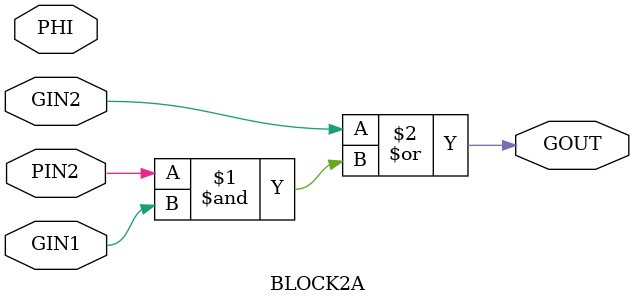
<source format=v>
`timescale 1ns / 1ps


module CLA_N ( OPA, OPB, CIN, PHI, SUM, COUT );
parameter N=32;
input  [N-1:0] OPA;
input  [N-1:0] OPB;
input  CIN;
input  PHI;
output [N-1:0] SUM;
output COUT;
   wire [N-1:0] INTPROP;
   wire [N:0] INTGEN;
   wire [0:0] PBIT;
   wire [N:0] CARRY;
   PRESTAGE_N U1 (OPA , OPB , CIN , PHI , INTPROP , INTGEN );
   DBLCTREE_N U2 (INTPROP , INTGEN , PHI , CARRY , PBIT );
   XORSTAGE_N U3 (OPA[N-1:0] , OPB[N-1:0] , PBIT , PHI , CARRY[N:0] , SUM , COUT );
endmodule

//******************** Initial Generate and Propagate bits ********************//
module PRESTAGE_N ( A, B, CIN, PHI, POUT, GOUT );
parameter N=32;
input  [N-1:0] A;
input  [N-1:0] B;
input  CIN;
input  PHI;
output [N-1:0] POUT;
output [N:0] GOUT;


INVBLOCK U2 (CIN , PHI , GOUT[0] );
genvar i;
  generate
  for(i=0;i<=N-1;i=i+1) begin: gen_prop
  BLOCK0 U(A[i] , B[i] , PHI , POUT[i] , GOUT[i+1] );
  end
  endgenerate
 
endmodule
//******************** Carry Look Ahead Adder Tree ********************//
module DBLCTREE_N ( PIN, GIN, PHI, GOUT, POUT );
parameter N=32;
input  [N-1:0] PIN;
input  [N:0] GIN;
input  PHI;
output [N:0] GOUT;
output [0:0] POUT;


   wire [N-2:0] INTPROP_0;
   wire [N:0] INTGEN_0;
   wire [N-4:0] INTPROP_1;
   wire [N:0] INTGEN_1;
   wire [N-8:0] INTPROP_2;
   wire [N:0] INTGEN_2;
   wire [0:N-16] INTPROP_3;
   wire [0:N] INTGEN_3;
//   wire [0:N-32] INTPROP_4;
//   wire [0:N] INTGEN_4;
   //wire [8:0] INTPROP_3;
   //wire [24:0] INTGEN_3;
  
   DBLC_0_N U_0 (.PIN(PIN) , .GIN(GIN) , .PHI(PHI) , .POUT(INTPROP_0) , .GOUT(INTGEN_0) );
   
   DBLC_1_N U_1 (.PIN(INTPROP_0) , .GIN(INTGEN_0) , .PHI(PHI) , .POUT(INTPROP_1) , .GOUT(INTGEN_1) );
   DBLC_2_N U_2 (.PIN(INTPROP_1) , .GIN(INTGEN_1) , .PHI(PHI) , .POUT(INTPROP_2) , .GOUT(INTGEN_2) );
   DBLC_3_N U_3 (.PIN(INTPROP_2) , .GIN(INTGEN_2) , .PHI(PHI) , .POUT(INTPROP_3) , .GOUT(INTGEN_3) );
   DBLC_4_N U_4 (.PIN(INTPROP_3) , .GIN(INTGEN_3) , .PHI(PHI) , .POUT(POUT) , .GOUT(GOUT) );
endmodule

module DBLC_0_N ( PIN, GIN, PHI, POUT, GOUT );
parameter N=32;
input  [N-1:0] PIN;
input  [N:0] GIN;
input  PHI;
output [N-2:0] POUT;
output [N:0] GOUT;
INVBLOCK U10 (GIN[0] , PHI , GOUT[0] );
BLOCK1A U21 (PIN[0] , GIN[0] , GIN[1] , PHI , GOUT[1] );
genvar j;
  generate
  for(j=0;j<=N-2;j=j+1) begin: gen_prop
  BLOCK1 U32 (PIN[j] , PIN[j+1] , GIN[j+1] , GIN[j+2] , PHI , POUT[j] , GOUT[j+2] );
  end
  endgenerate
endmodule


module DBLC_1_N ( PIN, GIN, PHI, POUT, GOUT );
parameter N=32;
input  [N-2:0] PIN;
input  [N:0] GIN;
input  PHI;
output [N-4:0] POUT;
output [N:0] GOUT;
   INVBLOCK U10 (GIN[0] , PHI , GOUT[0] );
   INVBLOCK U11 (GIN[1] , PHI , GOUT[1] );
   BLOCK2A U22 (PIN[0] , GIN[0] , GIN[2] , PHI , GOUT[2] );
   BLOCK2A U23 (PIN[1] , GIN[1] , GIN[3] , PHI , GOUT[3] );
  genvar k;
  generate
  for(k=0;k<=N-4;k=k+1) begin: gen_prop
  BLOCK2 U(PIN[k] , PIN[k+2] , GIN[k+2] , GIN[k+4] , PHI , POUT[k] , GOUT[k+4] );
  end
  endgenerate
  endmodule


module DBLC_2_N ( PIN, GIN, PHI, POUT, GOUT );
parameter N=32;
input  [N-4:0] PIN;
input  [N:0] GIN;
input  PHI;
output [N-8:0] POUT;
output [N:0] GOUT;
   INVBLOCK U10 (GIN[0] , PHI , GOUT[0] );
   INVBLOCK U11 (GIN[1] , PHI , GOUT[1] );
   INVBLOCK U12 (GIN[2] , PHI , GOUT[2] );
   INVBLOCK U13 (GIN[3] , PHI , GOUT[3] );
   BLOCK1A U24 (PIN[0] , GIN[0] , GIN[4] , PHI , GOUT[4] );
   BLOCK1A U25 (PIN[1] , GIN[1] , GIN[5] , PHI , GOUT[5] );
   BLOCK1A U26 (PIN[2] , GIN[2] , GIN[6] , PHI , GOUT[6] );
   BLOCK1A U27 (PIN[3] , GIN[3] , GIN[7] , PHI , GOUT[7] );
  
  genvar l;
  generate
  for(l=0;l<=N-8;l=l+1) begin: gen_prop
  BLOCK2 U(PIN[l] , PIN[l+4] , GIN[l+4] , GIN[l+8] , PHI , POUT[l] , GOUT[l+8] );
  end
  endgenerate
  endmodule
  
module DBLC_3_N ( PIN, GIN, PHI, POUT, GOUT );
parameter N=32;
input  [N-8:0] PIN;
input  [N:0] GIN;
input  PHI;
output [N-16:0] POUT;
output [N:0] GOUT;
   INVBLOCK U10 (GIN[0] , PHI , GOUT[0] );
   INVBLOCK U11 (GIN[1] , PHI , GOUT[1] );
   INVBLOCK U12 (GIN[2] , PHI , GOUT[2] );
   INVBLOCK U13 (GIN[3] , PHI , GOUT[3] );
   INVBLOCK U14 (GIN[4] , PHI , GOUT[4] );
   INVBLOCK U15 (GIN[5] , PHI , GOUT[5] );
   INVBLOCK U16 (GIN[6] , PHI , GOUT[6] );
   INVBLOCK U17 (GIN[7] , PHI , GOUT[7] );
   BLOCK2A U28 (PIN[0] , GIN[0] , GIN[8] , PHI , GOUT[8] );
   BLOCK2A U29 (PIN[1] , GIN[1] , GIN[9] , PHI , GOUT[9] );
   BLOCK2A U210 (PIN[2] , GIN[2] , GIN[10] , PHI , GOUT[10] );
   BLOCK2A U211 (PIN[3] , GIN[3] , GIN[11] , PHI , GOUT[11] );
   BLOCK2A U212 (PIN[4] , GIN[4] , GIN[12] , PHI , GOUT[12] );
   BLOCK2A U213 (PIN[5] , GIN[5] , GIN[13] , PHI , GOUT[13] );
   BLOCK2A U214 (PIN[6] , GIN[6] , GIN[14] , PHI , GOUT[14] );
   BLOCK2A U215 (PIN[7] , GIN[7] , GIN[15] , PHI , GOUT[15] );   
   genvar l;
  generate
  for(l=0;l<=N/2;l=l+1) begin: gen_prop
  BLOCK2 U316 (PIN[l] , PIN[l+8] , GIN[l+8] , GIN[l+16] , PHI , POUT[l] , GOUT[l+16] );
  end
  endgenerate
  endmodule
   
//BLOCK1 U(PIN[0] , PIN[N/2] , GIN[N/2] , GIN[N] , PHI , POUT[0] , GOUT[N] );


module DBLC_4_N ( PIN, GIN, PHI, POUT, GOUT );
parameter N=32;
input  [N-16:0] PIN;
input  [N:0] GIN;
input  PHI;
output [N-32:0] POUT;
output [N:0] GOUT;
   INVBLOCK U10 (GIN[0] , PHI , GOUT[0] );
   INVBLOCK U11 (GIN[1] , PHI , GOUT[1] );
   INVBLOCK U12 (GIN[2] , PHI , GOUT[2] );
   INVBLOCK U13 (GIN[3] , PHI , GOUT[3] );
   INVBLOCK U14 (GIN[4] , PHI , GOUT[4] );
   INVBLOCK U15 (GIN[5] , PHI , GOUT[5] );
   INVBLOCK U16 (GIN[6] , PHI , GOUT[6] );
   INVBLOCK U17 (GIN[7] , PHI , GOUT[7] );
   INVBLOCK U18 (GIN[8] , PHI , GOUT[8] );
   INVBLOCK U19 (GIN[9] , PHI , GOUT[9] );
   INVBLOCK U110 (GIN[10] , PHI , GOUT[10] );
   INVBLOCK U111 (GIN[11] , PHI , GOUT[11] );
   INVBLOCK U112 (GIN[12] , PHI , GOUT[12] );
   INVBLOCK U113 (GIN[13] , PHI , GOUT[13] );
   INVBLOCK U114 (GIN[14] , PHI , GOUT[14] );
   INVBLOCK U115 (GIN[15] , PHI , GOUT[15] );
   BLOCK1A U216 (PIN[0] , GIN[0] , GIN[16] , PHI , GOUT[16] );
   BLOCK1A U217 (PIN[1] , GIN[1] , GIN[17] , PHI , GOUT[17] );
   BLOCK1A U218 (PIN[2] , GIN[2] , GIN[18] , PHI , GOUT[18] );
   BLOCK1A U219 (PIN[3] , GIN[3] , GIN[19] , PHI , GOUT[19] );
   BLOCK1A U220 (PIN[4] , GIN[4] , GIN[20] , PHI , GOUT[20] );
   BLOCK1A U221 (PIN[5] , GIN[5] , GIN[21] , PHI , GOUT[21] );
   BLOCK1A U222 (PIN[6] , GIN[6] , GIN[22] , PHI , GOUT[22] );
   BLOCK1A U223 (PIN[7] , GIN[7] , GIN[23] , PHI , GOUT[23] );
   BLOCK1A U224 (PIN[8] , GIN[8] , GIN[24] , PHI , GOUT[24] );
   BLOCK1A U225 (PIN[9] , GIN[9] , GIN[25] , PHI , GOUT[25] );
   BLOCK1A U226 (PIN[10] , GIN[10] , GIN[26] , PHI , GOUT[26] );
   BLOCK1A U227 (PIN[11] , GIN[11] , GIN[27] , PHI , GOUT[27] );
   BLOCK1A U228 (PIN[12] , GIN[12] , GIN[28] , PHI , GOUT[28] );
   BLOCK1A U229 (PIN[13] , GIN[13] , GIN[29] , PHI , GOUT[29] );
   BLOCK1A U230 (PIN[14] , GIN[14] , GIN[30] , PHI , GOUT[30] );
   BLOCK1A U231 (PIN[15] , GIN[15] , GIN[31] , PHI , GOUT[31] );
   BLOCK1 U332 (PIN[0] , PIN[N/2] , GIN[N/2] , GIN[N] , PHI , POUT[0] , GOUT[N] );
endmodule

//******************** XOR STAGE TO GET FINAL SUM bits********************//
module XORSTAGE_N ( A, B, PBIT, PHI, CARRY, SUM, COUT );
parameter N=32;
input  [N-1:0] A;
input  [N-1:0] B;
input  PBIT;
input  PHI;
input  [N:0] CARRY;
output [N-1:0] SUM;
output COUT;

 genvar l;
  generate
  for(l=0;l<=N-1;l=l+1) begin: f_sum
   XXOR1 U20 (A[l] , B[l] , CARRY[l] , PHI , SUM[l] );
  end
  endgenerate
  
   BLOCK1A U1 (PBIT , CARRY[0] , CARRY[N] , PHI , COUT );
endmodule
module INVBLOCK ( GIN, PHI, GOUT );
input  GIN;
input  PHI;
output GOUT;
   assign GOUT =   GIN;
endmodule


module XXOR1 ( A, B, GIN, PHI, SUM );
input  A;
input  B;
input  GIN;
input  PHI;
output SUM;
   assign SUM = (  (A ^ B)) ^ GIN;
endmodule


module BLOCK0 ( A, B, PHI, POUT, GOUT );
input  A;
input  B;
input  PHI;
output POUT;
output GOUT;
   assign POUT =   (A | B);
   assign GOUT =   (A & B);
endmodule


module BLOCK1 ( PIN1, PIN2, GIN1, GIN2, PHI, POUT, GOUT );
input  PIN1;
input  PIN2;
input  GIN1;
input  GIN2;
input  PHI;
output POUT;
output GOUT;
   assign POUT =   (PIN1 & PIN2);
   assign GOUT =  (GIN2 | (PIN2 & GIN1));
endmodule


module BLOCK2 ( PIN1, PIN2, GIN1, GIN2, PHI, POUT, GOUT );
input  PIN1;
input  PIN2;
input  GIN1;
input  GIN2;
input  PHI;
output POUT;
output GOUT;
   assign POUT =   (PIN1 & PIN2);
   assign GOUT =   (GIN2 | (PIN2 & GIN1));
endmodule


module BLOCK1A ( PIN2, GIN1, GIN2, PHI, GOUT );
input  PIN2;
input  GIN1;
input  GIN2;
input  PHI;
output GOUT;
   assign GOUT = (GIN2 | (PIN2 & GIN1));
endmodule


module BLOCK2A ( PIN2, GIN1, GIN2, PHI, GOUT );
input  PIN2;
input  GIN1;
input  GIN2;
input  PHI;
output GOUT;
   assign GOUT =   (GIN2 | (PIN2 & GIN1));
endmodule
</source>
